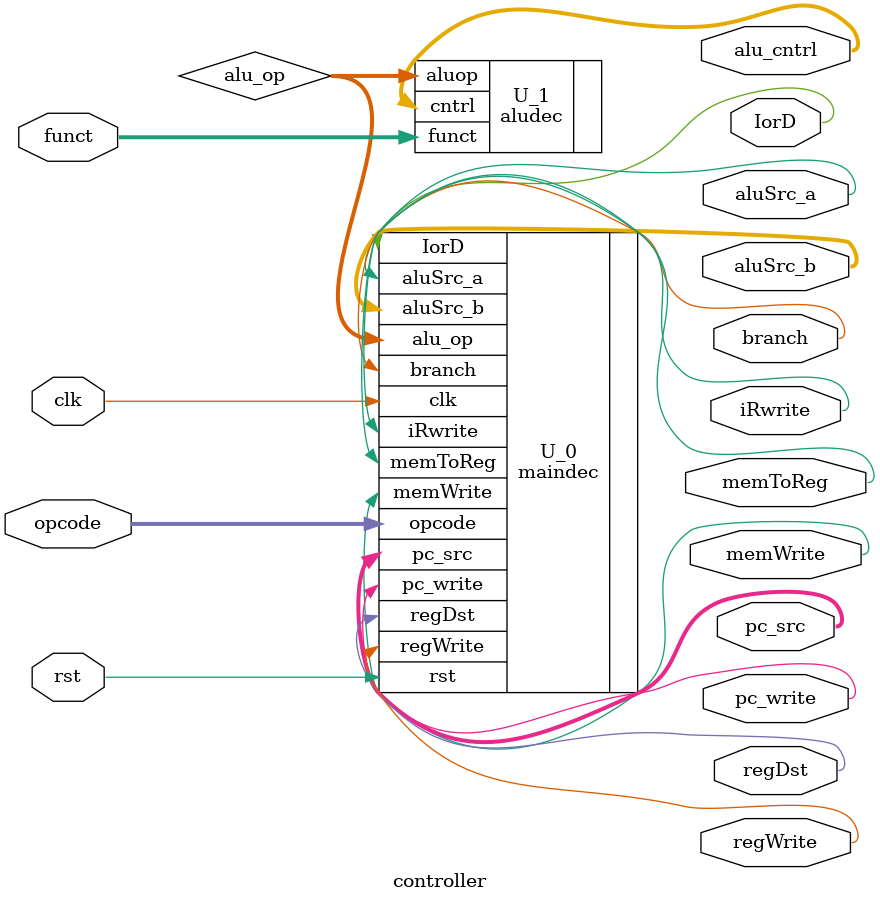
<source format=sv>

`timescale 1ns/10ps

module controller
(
    input   logic   clk,
    input   logic   rst,

    input   logic   [5:0] opcode,
    input   logic   [5:0] funct,

    // sle mux signal
    output  logic   pc_write, 
    output  logic   branch,
    output  logic   memWrite,
    output  logic   iRwrite,
    output  logic   regWrite,
    // control set signal mux
    output  logic   IorD,
    output  logic   regDst,
    output  logic   memToReg,
    output  logic   aluSrc_a,
    output  logic   [1:0] aluSrc_b,
    output  logic   [1:0] pc_src,

    output  logic   [2:0] alu_cntrl
);
   
    // declare local signals
    logic [1:0] alu_op;

    maindec U_0 (.clk       (clk),
                 .rst       (rst),  
                 .opcode    (opcode),
                 .pc_write  (pc_write),
                 .branch    (branch),
                 .memWrite  (memWrite),
                 .iRwrite   (iRwrite),
                 .regWrite  (regWrite),
                 .IorD      (IorD),
                 .regDst    (regDst),
                 .memToReg  (memToReg),
                 .aluSrc_a  (aluSrc_a),
                 .aluSrc_b  (aluSrc_b),
                 .pc_src    (pc_src),
                 .alu_op    (alu_op));

    aludec  U_1 (.aluop(alu_op),
                 .funct(funct),
                 .cntrl(alu_cntrl));

endmodule : controller
</source>
